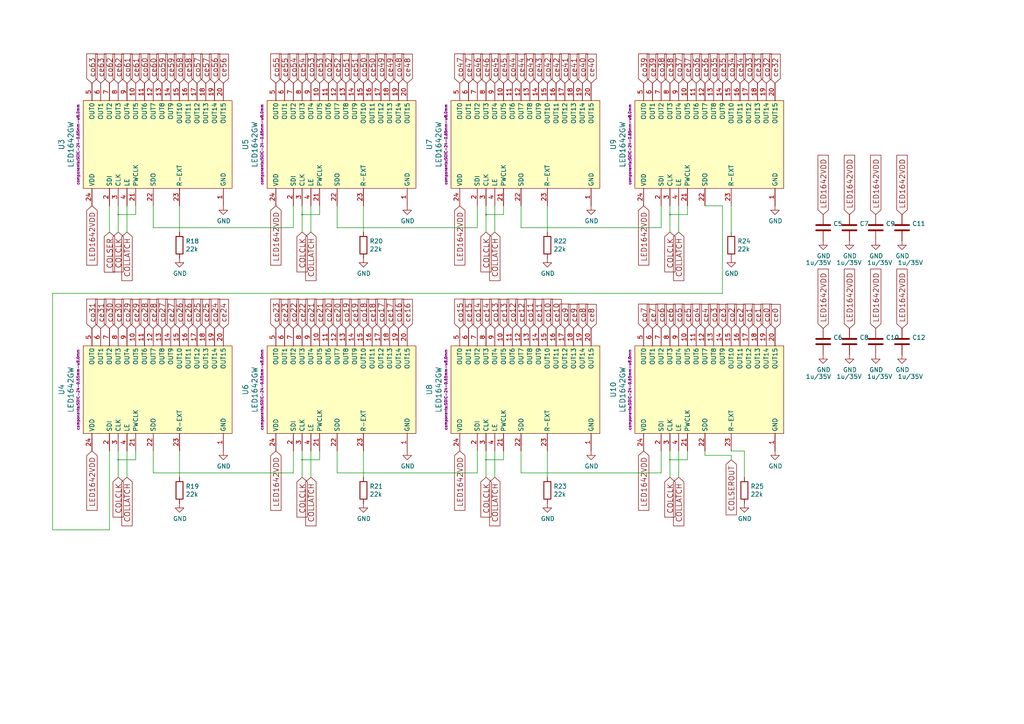
<source format=kicad_sch>
(kicad_sch (version 20200828) (generator eeschema)
  (page 8 10)
  (paper "A4")
  (lib_symbols
    (symbol "DeeComponents:LED1642GW"
      (property "Reference" "U" (at -11.43 22.86 0))
      (property "Value" "LED1642GW" (at 12.7 -22.86 0))
      (property "Footprint" "Housings_SSOP:TSSOP-24_4.4x7.8mm_Pitch0.65mm" (at 0 -25.4 0))
      (symbol "LED1642GW_0_1"
        (rectangle (start -12.7 21.59) (end 12.7 -21.59) (fill (type background)))
      )
      (symbol "LED1642GW_1_1"
        (pin power_in line (at -17.78 -19.05 0) (length 5.08) (name "GND") (number "1"))
        (pin output line (at 17.78 6.35 180) (length 5.08) (name "OUT5") (number "10"))
        (pin output line (at 17.78 3.81 180) (length 5.08) (name "OUT6") (number "11"))
        (pin output line (at 17.78 1.27 180) (length 5.08) (name "OUT7") (number "12"))
        (pin output line (at 17.78 -1.27 180) (length 5.08) (name "OUT8") (number "13"))
        (pin output line (at 17.78 -3.81 180) (length 5.08) (name "OUT9") (number "14"))
        (pin output line (at 17.78 -6.35 180) (length 5.08) (name "OUT10") (number "15"))
        (pin output line (at 17.78 -8.89 180) (length 5.08) (name "OUT11") (number "16"))
        (pin output line (at 17.78 -11.43 180) (length 5.08) (name "OUT12") (number "17"))
        (pin output line (at 17.78 -13.97 180) (length 5.08) (name "OUT13") (number "18"))
        (pin output line (at 17.78 -16.51 180) (length 5.08) (name "OUT14") (number "19"))
        (pin input line (at -17.78 13.97 0) (length 5.08) (name "SDI") (number "2"))
        (pin output line (at 17.78 -19.05 180) (length 5.08) (name "OUT15") (number "20"))
        (pin input line (at -17.78 6.35 0) (length 5.08) (name "PWCLK") (number "21"))
        (pin output line (at -17.78 1.27 0) (length 5.08) (name "SDO") (number "22"))
        (pin output line (at -17.78 -6.35 0) (length 5.08) (name "R-EXT") (number "23"))
        (pin power_in line (at -17.78 19.05 0) (length 5.08) (name "VDD") (number "24"))
        (pin input line (at -17.78 11.43 0) (length 5.08) (name "CLK") (number "3"))
        (pin input line (at -17.78 8.89 0) (length 5.08) (name "LE") (number "4"))
        (pin output line (at 17.78 19.05 180) (length 5.08) (name "OUT0") (number "5"))
        (pin output line (at 17.78 16.51 180) (length 5.08) (name "OUT1") (number "6"))
        (pin output line (at 17.78 13.97 180) (length 5.08) (name "OUT2") (number "7"))
        (pin output line (at 17.78 11.43 180) (length 5.08) (name "OUT3") (number "8"))
        (pin output line (at 17.78 8.89 180) (length 5.08) (name "OUT4") (number "9"))
      )
    )
    (symbol "dotmatrix_64x48-rescue:C-device" (pin_numbers hide) (pin_names (offset 0.254))
      (property "Reference" "C" (at 0.635 2.54 0))
      (property "Value" "C-device" (at 0.635 -2.54 0))
      (symbol "C-device_0_1"
        (polyline (pts (xy -2.032 -0.762) (xy 2.032 -0.762)) (stroke (width 0.508)))
        (polyline (pts (xy -2.032 0.762) (xy 2.032 0.762)) (stroke (width 0.508)))
      )
      (symbol "C-device_1_1"
        (pin passive line (at 0 3.81 270) (length 2.794) (name "~") (number "1"))
        (pin passive line (at 0 -3.81 90) (length 2.794) (name "~") (number "2"))
      )
    )
    (symbol "dotmatrix_64x48-rescue:GND-power" (power) (pin_names (offset 0))
      (property "Value" "GND-power" (at 0 -3.81 0))
      (symbol "GND-power_0_1"
        (polyline (pts (xy 0 0) (xy 0 -1.27) (xy 1.27 -1.27) (xy 0 -2.54) (xy -1.27 -1.27) (xy 0 -1.27)))
      )
      (symbol "GND-power_1_1"
        (pin power_in line (at 0 0 270) (length 0) hide (name "GND") (number "1"))
      )
    )
    (symbol "dotmatrix_64x48-rescue:R-device" (pin_numbers hide) (pin_names (offset 0))
      (property "Reference" "R" (at 2.032 0 90))
      (property "Value" "R-device" (at 0 0 90))
      (symbol "R-device_0_1"
        (rectangle (start -1.016 -2.54) (end 1.016 2.54) (stroke (width 0.254)))
      )
      (symbol "R-device_1_1"
        (pin passive line (at 0 3.81 270) (length 1.27) (name "~") (number "1"))
        (pin passive line (at 0 -3.81 90) (length 1.27) (name "~") (number "2"))
      )
    )
  )
  (junction (at 34.29 62.23) (diameter 0.3048))
  (junction (at 34.29 133.35) (diameter 0.3048))
  (junction (at 87.63 62.23) (diameter 0.3048))
  (junction (at 87.63 133.35) (diameter 0.3048))
  (junction (at 140.97 62.23) (diameter 0.3048))
  (junction (at 140.97 133.35) (diameter 0.3048))
  (junction (at 194.31 62.23) (diameter 0.3048))
  (junction (at 194.31 133.35) (diameter 0.3048))
  (wire (pts (xy 15.24 85.09) (xy 15.24 153.67)))
  (wire (pts (xy 31.75 59.69) (xy 31.75 67.31)))
  (wire (pts (xy 31.75 130.81) (xy 31.75 153.67)))
  (wire (pts (xy 31.75 153.67) (xy 15.24 153.67)))
  (wire (pts (xy 34.29 59.69) (xy 34.29 62.23)))
  (wire (pts (xy 34.29 62.23) (xy 34.29 67.31)))
  (wire (pts (xy 34.29 130.81) (xy 34.29 133.35)))
  (wire (pts (xy 34.29 133.35) (xy 34.29 138.43)))
  (wire (pts (xy 36.83 59.69) (xy 36.83 67.31)))
  (wire (pts (xy 36.83 130.81) (xy 36.83 138.43)))
  (wire (pts (xy 39.37 59.69) (xy 39.37 62.23)))
  (wire (pts (xy 39.37 62.23) (xy 34.29 62.23)))
  (wire (pts (xy 39.37 130.81) (xy 39.37 133.35)))
  (wire (pts (xy 39.37 133.35) (xy 34.29 133.35)))
  (wire (pts (xy 44.45 66.04) (xy 44.45 59.69)))
  (wire (pts (xy 44.45 137.16) (xy 44.45 130.81)))
  (wire (pts (xy 52.07 59.69) (xy 52.07 67.31)))
  (wire (pts (xy 52.07 130.81) (xy 52.07 138.43)))
  (wire (pts (xy 85.09 59.69) (xy 85.09 66.04)))
  (wire (pts (xy 85.09 66.04) (xy 44.45 66.04)))
  (wire (pts (xy 85.09 130.81) (xy 85.09 137.16)))
  (wire (pts (xy 85.09 137.16) (xy 44.45 137.16)))
  (wire (pts (xy 87.63 59.69) (xy 87.63 62.23)))
  (wire (pts (xy 87.63 62.23) (xy 87.63 67.31)))
  (wire (pts (xy 87.63 130.81) (xy 87.63 133.35)))
  (wire (pts (xy 87.63 133.35) (xy 87.63 138.43)))
  (wire (pts (xy 90.17 59.69) (xy 90.17 67.31)))
  (wire (pts (xy 90.17 130.81) (xy 90.17 138.43)))
  (wire (pts (xy 92.71 59.69) (xy 92.71 62.23)))
  (wire (pts (xy 92.71 62.23) (xy 87.63 62.23)))
  (wire (pts (xy 92.71 130.81) (xy 92.71 133.35)))
  (wire (pts (xy 92.71 133.35) (xy 87.63 133.35)))
  (wire (pts (xy 97.79 66.04) (xy 97.79 59.69)))
  (wire (pts (xy 97.79 137.16) (xy 97.79 130.81)))
  (wire (pts (xy 105.41 59.69) (xy 105.41 67.31)))
  (wire (pts (xy 105.41 130.81) (xy 105.41 138.43)))
  (wire (pts (xy 138.43 59.69) (xy 138.43 66.04)))
  (wire (pts (xy 138.43 66.04) (xy 97.79 66.04)))
  (wire (pts (xy 138.43 130.81) (xy 138.43 137.16)))
  (wire (pts (xy 138.43 137.16) (xy 97.79 137.16)))
  (wire (pts (xy 140.97 59.69) (xy 140.97 62.23)))
  (wire (pts (xy 140.97 62.23) (xy 140.97 67.31)))
  (wire (pts (xy 140.97 130.81) (xy 140.97 133.35)))
  (wire (pts (xy 140.97 133.35) (xy 140.97 138.43)))
  (wire (pts (xy 143.51 59.69) (xy 143.51 67.31)))
  (wire (pts (xy 143.51 130.81) (xy 143.51 138.43)))
  (wire (pts (xy 146.05 59.69) (xy 146.05 62.23)))
  (wire (pts (xy 146.05 62.23) (xy 140.97 62.23)))
  (wire (pts (xy 146.05 130.81) (xy 146.05 133.35)))
  (wire (pts (xy 146.05 133.35) (xy 140.97 133.35)))
  (wire (pts (xy 151.13 66.04) (xy 151.13 59.69)))
  (wire (pts (xy 151.13 137.16) (xy 151.13 130.81)))
  (wire (pts (xy 158.75 59.69) (xy 158.75 67.31)))
  (wire (pts (xy 158.75 130.81) (xy 158.75 138.43)))
  (wire (pts (xy 191.77 59.69) (xy 191.77 66.04)))
  (wire (pts (xy 191.77 66.04) (xy 151.13 66.04)))
  (wire (pts (xy 191.77 130.81) (xy 191.77 137.16)))
  (wire (pts (xy 191.77 137.16) (xy 151.13 137.16)))
  (wire (pts (xy 194.31 59.69) (xy 194.31 62.23)))
  (wire (pts (xy 194.31 62.23) (xy 194.31 67.31)))
  (wire (pts (xy 194.31 130.81) (xy 194.31 133.35)))
  (wire (pts (xy 194.31 133.35) (xy 194.31 138.43)))
  (wire (pts (xy 196.85 59.69) (xy 196.85 67.31)))
  (wire (pts (xy 196.85 130.81) (xy 196.85 138.43)))
  (wire (pts (xy 199.39 59.69) (xy 199.39 62.23)))
  (wire (pts (xy 199.39 62.23) (xy 194.31 62.23)))
  (wire (pts (xy 199.39 130.81) (xy 199.39 133.35)))
  (wire (pts (xy 199.39 133.35) (xy 194.31 133.35)))
  (wire (pts (xy 204.47 59.69) (xy 209.55 59.69)))
  (wire (pts (xy 204.47 130.81) (xy 204.47 132.08)))
  (wire (pts (xy 204.47 132.08) (xy 212.09 132.08)))
  (wire (pts (xy 209.55 59.69) (xy 209.55 85.09)))
  (wire (pts (xy 209.55 85.09) (xy 15.24 85.09)))
  (wire (pts (xy 212.09 59.69) (xy 212.09 67.31)))
  (wire (pts (xy 212.09 130.81) (xy 215.9 130.81)))
  (wire (pts (xy 212.09 132.08) (xy 212.09 133.35)))
  (wire (pts (xy 215.9 130.81) (xy 215.9 138.43)))
  (global_label "co63" (shape input) (at 26.67 24.13 90) (effects (font (size 1.524 1.524))))
  (global_label "LED1642VDD" (shape input) (at 26.67 59.69 270) (effects (font (size 1.524 1.524))))
  (global_label "co31" (shape input) (at 26.67 95.25 90) (effects (font (size 1.524 1.524))))
  (global_label "LED1642VDD" (shape input) (at 26.67 130.81 270) (effects (font (size 1.524 1.524))))
  (global_label "ce63" (shape input) (at 29.21 24.13 90) (effects (font (size 1.524 1.524))))
  (global_label "ce31" (shape input) (at 29.21 95.25 90) (effects (font (size 1.524 1.524))))
  (global_label "co62" (shape input) (at 31.75 24.13 90) (effects (font (size 1.524 1.524))))
  (global_label "COLSER" (shape input) (at 31.75 67.31 270) (effects (font (size 1.524 1.524))))
  (global_label "co30" (shape input) (at 31.75 95.25 90) (effects (font (size 1.524 1.524))))
  (global_label "ce62" (shape input) (at 34.29 24.13 90) (effects (font (size 1.524 1.524))))
  (global_label "COLCLK" (shape input) (at 34.29 67.31 270) (effects (font (size 1.524 1.524))))
  (global_label "ce30" (shape input) (at 34.29 95.25 90) (effects (font (size 1.524 1.524))))
  (global_label "COLCLK" (shape input) (at 34.29 138.43 270) (effects (font (size 1.524 1.524))))
  (global_label "co61" (shape input) (at 36.83 24.13 90) (effects (font (size 1.524 1.524))))
  (global_label "COLLATCH" (shape input) (at 36.83 67.31 270) (effects (font (size 1.524 1.524))))
  (global_label "co29" (shape input) (at 36.83 95.25 90) (effects (font (size 1.524 1.524))))
  (global_label "COLLATCH" (shape input) (at 36.83 138.43 270) (effects (font (size 1.524 1.524))))
  (global_label "ce61" (shape input) (at 39.37 24.13 90) (effects (font (size 1.524 1.524))))
  (global_label "ce29" (shape input) (at 39.37 95.25 90) (effects (font (size 1.524 1.524))))
  (global_label "co60" (shape input) (at 41.91 24.13 90) (effects (font (size 1.524 1.524))))
  (global_label "co28" (shape input) (at 41.91 95.25 90) (effects (font (size 1.524 1.524))))
  (global_label "ce60" (shape input) (at 44.45 24.13 90) (effects (font (size 1.524 1.524))))
  (global_label "ce28" (shape input) (at 44.45 95.25 90) (effects (font (size 1.524 1.524))))
  (global_label "co59" (shape input) (at 46.99 24.13 90) (effects (font (size 1.524 1.524))))
  (global_label "co27" (shape input) (at 46.99 95.25 90) (effects (font (size 1.524 1.524))))
  (global_label "ce59" (shape input) (at 49.53 24.13 90) (effects (font (size 1.524 1.524))))
  (global_label "ce27" (shape input) (at 49.53 95.25 90) (effects (font (size 1.524 1.524))))
  (global_label "co58" (shape input) (at 52.07 24.13 90) (effects (font (size 1.524 1.524))))
  (global_label "co26" (shape input) (at 52.07 95.25 90) (effects (font (size 1.524 1.524))))
  (global_label "ce58" (shape input) (at 54.61 24.13 90) (effects (font (size 1.524 1.524))))
  (global_label "ce26" (shape input) (at 54.61 95.25 90) (effects (font (size 1.524 1.524))))
  (global_label "co57" (shape input) (at 57.15 24.13 90) (effects (font (size 1.524 1.524))))
  (global_label "co25" (shape input) (at 57.15 95.25 90) (effects (font (size 1.524 1.524))))
  (global_label "ce57" (shape input) (at 59.69 24.13 90) (effects (font (size 1.524 1.524))))
  (global_label "ce25" (shape input) (at 59.69 95.25 90) (effects (font (size 1.524 1.524))))
  (global_label "co56" (shape input) (at 62.23 24.13 90) (effects (font (size 1.524 1.524))))
  (global_label "co24" (shape input) (at 62.23 95.25 90) (effects (font (size 1.524 1.524))))
  (global_label "ce56" (shape input) (at 64.77 24.13 90) (effects (font (size 1.524 1.524))))
  (global_label "ce24" (shape input) (at 64.77 95.25 90) (effects (font (size 1.524 1.524))))
  (global_label "co55" (shape input) (at 80.01 24.13 90) (effects (font (size 1.524 1.524))))
  (global_label "LED1642VDD" (shape input) (at 80.01 59.69 270) (effects (font (size 1.524 1.524))))
  (global_label "co23" (shape input) (at 80.01 95.25 90) (effects (font (size 1.524 1.524))))
  (global_label "LED1642VDD" (shape input) (at 80.01 130.81 270) (effects (font (size 1.524 1.524))))
  (global_label "ce55" (shape input) (at 82.55 24.13 90) (effects (font (size 1.524 1.524))))
  (global_label "ce23" (shape input) (at 82.55 95.25 90) (effects (font (size 1.524 1.524))))
  (global_label "co54" (shape input) (at 85.09 24.13 90) (effects (font (size 1.524 1.524))))
  (global_label "co22" (shape input) (at 85.09 95.25 90) (effects (font (size 1.524 1.524))))
  (global_label "ce54" (shape input) (at 87.63 24.13 90) (effects (font (size 1.524 1.524))))
  (global_label "COLCLK" (shape input) (at 87.63 67.31 270) (effects (font (size 1.524 1.524))))
  (global_label "ce22" (shape input) (at 87.63 95.25 90) (effects (font (size 1.524 1.524))))
  (global_label "COLCLK" (shape input) (at 87.63 138.43 270) (effects (font (size 1.524 1.524))))
  (global_label "co53" (shape input) (at 90.17 24.13 90) (effects (font (size 1.524 1.524))))
  (global_label "COLLATCH" (shape input) (at 90.17 67.31 270) (effects (font (size 1.524 1.524))))
  (global_label "co21" (shape input) (at 90.17 95.25 90) (effects (font (size 1.524 1.524))))
  (global_label "COLLATCH" (shape input) (at 90.17 138.43 270) (effects (font (size 1.524 1.524))))
  (global_label "ce53" (shape input) (at 92.71 24.13 90) (effects (font (size 1.524 1.524))))
  (global_label "ce21" (shape input) (at 92.71 95.25 90) (effects (font (size 1.524 1.524))))
  (global_label "co52" (shape input) (at 95.25 24.13 90) (effects (font (size 1.524 1.524))))
  (global_label "co20" (shape input) (at 95.25 95.25 90) (effects (font (size 1.524 1.524))))
  (global_label "ce52" (shape input) (at 97.79 24.13 90) (effects (font (size 1.524 1.524))))
  (global_label "ce20" (shape input) (at 97.79 95.25 90) (effects (font (size 1.524 1.524))))
  (global_label "co51" (shape input) (at 100.33 24.13 90) (effects (font (size 1.524 1.524))))
  (global_label "co19" (shape input) (at 100.33 95.25 90) (effects (font (size 1.524 1.524))))
  (global_label "ce51" (shape input) (at 102.87 24.13 90) (effects (font (size 1.524 1.524))))
  (global_label "ce19" (shape input) (at 102.87 95.25 90) (effects (font (size 1.524 1.524))))
  (global_label "co50" (shape input) (at 105.41 24.13 90) (effects (font (size 1.524 1.524))))
  (global_label "co18" (shape input) (at 105.41 95.25 90) (effects (font (size 1.524 1.524))))
  (global_label "ce50" (shape input) (at 107.95 24.13 90) (effects (font (size 1.524 1.524))))
  (global_label "ce18" (shape input) (at 107.95 95.25 90) (effects (font (size 1.524 1.524))))
  (global_label "co49" (shape input) (at 110.49 24.13 90) (effects (font (size 1.524 1.524))))
  (global_label "co17" (shape input) (at 110.49 95.25 90) (effects (font (size 1.524 1.524))))
  (global_label "ce49" (shape input) (at 113.03 24.13 90) (effects (font (size 1.524 1.524))))
  (global_label "ce17" (shape input) (at 113.03 95.25 90) (effects (font (size 1.524 1.524))))
  (global_label "co48" (shape input) (at 115.57 24.13 90) (effects (font (size 1.524 1.524))))
  (global_label "co16" (shape input) (at 115.57 95.25 90) (effects (font (size 1.524 1.524))))
  (global_label "ce48" (shape input) (at 118.11 24.13 90) (effects (font (size 1.524 1.524))))
  (global_label "ce16" (shape input) (at 118.11 95.25 90) (effects (font (size 1.524 1.524))))
  (global_label "co47" (shape input) (at 133.35 24.13 90) (effects (font (size 1.524 1.524))))
  (global_label "LED1642VDD" (shape input) (at 133.35 59.69 270) (effects (font (size 1.524 1.524))))
  (global_label "co15" (shape input) (at 133.35 95.25 90) (effects (font (size 1.524 1.524))))
  (global_label "LED1642VDD" (shape input) (at 133.35 130.81 270) (effects (font (size 1.524 1.524))))
  (global_label "ce47" (shape input) (at 135.89 24.13 90) (effects (font (size 1.524 1.524))))
  (global_label "ce15" (shape input) (at 135.89 95.25 90) (effects (font (size 1.524 1.524))))
  (global_label "co46" (shape input) (at 138.43 24.13 90) (effects (font (size 1.524 1.524))))
  (global_label "co14" (shape input) (at 138.43 95.25 90) (effects (font (size 1.524 1.524))))
  (global_label "ce46" (shape input) (at 140.97 24.13 90) (effects (font (size 1.524 1.524))))
  (global_label "COLCLK" (shape input) (at 140.97 67.31 270) (effects (font (size 1.524 1.524))))
  (global_label "ce14" (shape input) (at 140.97 95.25 90) (effects (font (size 1.524 1.524))))
  (global_label "COLCLK" (shape input) (at 140.97 138.43 270) (effects (font (size 1.524 1.524))))
  (global_label "co45" (shape input) (at 143.51 24.13 90) (effects (font (size 1.524 1.524))))
  (global_label "COLLATCH" (shape input) (at 143.51 67.31 270) (effects (font (size 1.524 1.524))))
  (global_label "co13" (shape input) (at 143.51 95.25 90) (effects (font (size 1.524 1.524))))
  (global_label "COLLATCH" (shape input) (at 143.51 138.43 270) (effects (font (size 1.524 1.524))))
  (global_label "ce45" (shape input) (at 146.05 24.13 90) (effects (font (size 1.524 1.524))))
  (global_label "ce13" (shape input) (at 146.05 95.25 90) (effects (font (size 1.524 1.524))))
  (global_label "co44" (shape input) (at 148.59 24.13 90) (effects (font (size 1.524 1.524))))
  (global_label "co12" (shape input) (at 148.59 95.25 90) (effects (font (size 1.524 1.524))))
  (global_label "ce44" (shape input) (at 151.13 24.13 90) (effects (font (size 1.524 1.524))))
  (global_label "ce12" (shape input) (at 151.13 95.25 90) (effects (font (size 1.524 1.524))))
  (global_label "co43" (shape input) (at 153.67 24.13 90) (effects (font (size 1.524 1.524))))
  (global_label "co11" (shape input) (at 153.67 95.25 90) (effects (font (size 1.524 1.524))))
  (global_label "ce43" (shape input) (at 156.21 24.13 90) (effects (font (size 1.524 1.524))))
  (global_label "ce11" (shape input) (at 156.21 95.25 90) (effects (font (size 1.524 1.524))))
  (global_label "co42" (shape input) (at 158.75 24.13 90) (effects (font (size 1.524 1.524))))
  (global_label "co10" (shape input) (at 158.75 95.25 90) (effects (font (size 1.524 1.524))))
  (global_label "ce42" (shape input) (at 161.29 24.13 90) (effects (font (size 1.524 1.524))))
  (global_label "ce10" (shape input) (at 161.29 95.25 90) (effects (font (size 1.524 1.524))))
  (global_label "co41" (shape input) (at 163.83 24.13 90) (effects (font (size 1.524 1.524))))
  (global_label "co9" (shape input) (at 163.83 95.25 90) (effects (font (size 1.524 1.524))))
  (global_label "ce41" (shape input) (at 166.37 24.13 90) (effects (font (size 1.524 1.524))))
  (global_label "ce9" (shape input) (at 166.37 95.25 90) (effects (font (size 1.524 1.524))))
  (global_label "co40" (shape input) (at 168.91 24.13 90) (effects (font (size 1.524 1.524))))
  (global_label "co8" (shape input) (at 168.91 95.25 90) (effects (font (size 1.524 1.524))))
  (global_label "ce40" (shape input) (at 171.45 24.13 90) (effects (font (size 1.524 1.524))))
  (global_label "ce8" (shape input) (at 171.45 95.25 90) (effects (font (size 1.524 1.524))))
  (global_label "co39" (shape input) (at 186.69 24.13 90) (effects (font (size 1.524 1.524))))
  (global_label "LED1642VDD" (shape input) (at 186.69 59.69 270) (effects (font (size 1.524 1.524))))
  (global_label "co7" (shape input) (at 186.69 95.25 90) (effects (font (size 1.524 1.524))))
  (global_label "LED1642VDD" (shape input) (at 186.69 130.81 270) (effects (font (size 1.524 1.524))))
  (global_label "ce39" (shape input) (at 189.23 24.13 90) (effects (font (size 1.524 1.524))))
  (global_label "ce7" (shape input) (at 189.23 95.25 90) (effects (font (size 1.524 1.524))))
  (global_label "co38" (shape input) (at 191.77 24.13 90) (effects (font (size 1.524 1.524))))
  (global_label "co6" (shape input) (at 191.77 95.25 90) (effects (font (size 1.524 1.524))))
  (global_label "ce38" (shape input) (at 194.31 24.13 90) (effects (font (size 1.524 1.524))))
  (global_label "COLCLK" (shape input) (at 194.31 67.31 270) (effects (font (size 1.524 1.524))))
  (global_label "ce6" (shape input) (at 194.31 95.25 90) (effects (font (size 1.524 1.524))))
  (global_label "COLCLK" (shape input) (at 194.31 138.43 270) (effects (font (size 1.524 1.524))))
  (global_label "co37" (shape input) (at 196.85 24.13 90) (effects (font (size 1.524 1.524))))
  (global_label "COLLATCH" (shape input) (at 196.85 67.31 270) (effects (font (size 1.524 1.524))))
  (global_label "co5" (shape input) (at 196.85 95.25 90) (effects (font (size 1.524 1.524))))
  (global_label "COLLATCH" (shape input) (at 196.85 138.43 270) (effects (font (size 1.524 1.524))))
  (global_label "ce37" (shape input) (at 199.39 24.13 90) (effects (font (size 1.524 1.524))))
  (global_label "ce5" (shape input) (at 199.39 95.25 90) (effects (font (size 1.524 1.524))))
  (global_label "co36" (shape input) (at 201.93 24.13 90) (effects (font (size 1.524 1.524))))
  (global_label "co4" (shape input) (at 201.93 95.25 90) (effects (font (size 1.524 1.524))))
  (global_label "ce36" (shape input) (at 204.47 24.13 90) (effects (font (size 1.524 1.524))))
  (global_label "ce4" (shape input) (at 204.47 95.25 90) (effects (font (size 1.524 1.524))))
  (global_label "co35" (shape input) (at 207.01 24.13 90) (effects (font (size 1.524 1.524))))
  (global_label "co3" (shape input) (at 207.01 95.25 90) (effects (font (size 1.524 1.524))))
  (global_label "ce35" (shape input) (at 209.55 24.13 90) (effects (font (size 1.524 1.524))))
  (global_label "ce3" (shape input) (at 209.55 95.25 90) (effects (font (size 1.524 1.524))))
  (global_label "co34" (shape input) (at 212.09 24.13 90) (effects (font (size 1.524 1.524))))
  (global_label "co2" (shape input) (at 212.09 95.25 90) (effects (font (size 1.524 1.524))))
  (global_label "COLSEROUT" (shape input) (at 212.09 133.35 270) (effects (font (size 1.524 1.524))))
  (global_label "ce34" (shape input) (at 214.63 24.13 90) (effects (font (size 1.524 1.524))))
  (global_label "ce2" (shape input) (at 214.63 95.25 90) (effects (font (size 1.524 1.524))))
  (global_label "co33" (shape input) (at 217.17 24.13 90) (effects (font (size 1.524 1.524))))
  (global_label "co1" (shape input) (at 217.17 95.25 90) (effects (font (size 1.524 1.524))))
  (global_label "ce33" (shape input) (at 219.71 24.13 90) (effects (font (size 1.524 1.524))))
  (global_label "ce1" (shape input) (at 219.71 95.25 90) (effects (font (size 1.524 1.524))))
  (global_label "co32" (shape input) (at 222.25 24.13 90) (effects (font (size 1.524 1.524))))
  (global_label "co0" (shape input) (at 222.25 95.25 90) (effects (font (size 1.524 1.524))))
  (global_label "ce32" (shape input) (at 224.79 24.13 90) (effects (font (size 1.524 1.524))))
  (global_label "ce0" (shape input) (at 224.79 95.25 90) (effects (font (size 1.524 1.524))))
  (global_label "LED1642VDD" (shape input) (at 238.76 62.23 90) (effects (font (size 1.524 1.524))))
  (global_label "LED1642VDD" (shape input) (at 238.76 95.25 90) (effects (font (size 1.524 1.524))))
  (global_label "LED1642VDD" (shape input) (at 246.38 62.23 90) (effects (font (size 1.524 1.524))))
  (global_label "LED1642VDD" (shape input) (at 246.38 95.25 90) (effects (font (size 1.524 1.524))))
  (global_label "LED1642VDD" (shape input) (at 254 62.23 90) (effects (font (size 1.524 1.524))))
  (global_label "LED1642VDD" (shape input) (at 254 95.25 90) (effects (font (size 1.524 1.524))))
  (global_label "LED1642VDD" (shape input) (at 261.62 62.23 90) (effects (font (size 1.524 1.524))))
  (global_label "LED1642VDD" (shape input) (at 261.62 95.25 90) (effects (font (size 1.524 1.524))))
  (symbol (lib_id "dotmatrix_64x48-rescue:GND-power") (at 52.07 74.93 0) (unit 1)
    (property "Reference" "#PWR047" (effects hide))
    (property "Value" "GND" (at 52.197 79.3242 0))
  )
  (symbol (lib_id "dotmatrix_64x48-rescue:GND-power") (at 52.07 146.05 0) (unit 1)
    (property "Reference" "#PWR063" (effects hide))
    (property "Value" "GND" (at 52.197 150.4442 0))
  )
  (symbol (lib_id "dotmatrix_64x48-rescue:GND-power") (at 64.77 59.69 0) (unit 1)
    (property "Reference" "#PWR039" (effects hide))
    (property "Value" "GND" (at 64.897 64.0842 0))
  )
  (symbol (lib_id "dotmatrix_64x48-rescue:GND-power") (at 64.77 130.81 0) (unit 1)
    (property "Reference" "#PWR059" (effects hide))
    (property "Value" "GND" (at 64.897 135.2042 0))
  )
  (symbol (lib_id "dotmatrix_64x48-rescue:GND-power") (at 105.41 74.93 0) (unit 1)
    (property "Reference" "#PWR048" (effects hide))
    (property "Value" "GND" (at 105.537 79.3242 0))
  )
  (symbol (lib_id "dotmatrix_64x48-rescue:GND-power") (at 105.41 146.05 0) (unit 1)
    (property "Reference" "#PWR064" (effects hide))
    (property "Value" "GND" (at 105.537 150.4442 0))
  )
  (symbol (lib_id "dotmatrix_64x48-rescue:GND-power") (at 118.11 59.69 0) (unit 1)
    (property "Reference" "#PWR040" (effects hide))
    (property "Value" "GND" (at 118.237 64.0842 0))
  )
  (symbol (lib_id "dotmatrix_64x48-rescue:GND-power") (at 118.11 130.81 0) (unit 1)
    (property "Reference" "#PWR060" (effects hide))
    (property "Value" "GND" (at 118.237 135.2042 0))
  )
  (symbol (lib_id "dotmatrix_64x48-rescue:GND-power") (at 158.75 74.93 0) (unit 1)
    (property "Reference" "#PWR049" (effects hide))
    (property "Value" "GND" (at 158.877 79.3242 0))
  )
  (symbol (lib_id "dotmatrix_64x48-rescue:GND-power") (at 158.75 146.05 0) (unit 1)
    (property "Reference" "#PWR065" (effects hide))
    (property "Value" "GND" (at 158.877 150.4442 0))
  )
  (symbol (lib_id "dotmatrix_64x48-rescue:GND-power") (at 171.45 59.69 0) (unit 1)
    (property "Reference" "#PWR041" (effects hide))
    (property "Value" "GND" (at 171.577 64.0842 0))
  )
  (symbol (lib_id "dotmatrix_64x48-rescue:GND-power") (at 171.45 130.81 0) (unit 1)
    (property "Reference" "#PWR061" (effects hide))
    (property "Value" "GND" (at 171.577 135.2042 0))
  )
  (symbol (lib_id "dotmatrix_64x48-rescue:GND-power") (at 212.09 74.93 0) (unit 1)
    (property "Reference" "#PWR050" (effects hide))
    (property "Value" "GND" (at 212.217 79.3242 0))
  )
  (symbol (lib_id "dotmatrix_64x48-rescue:GND-power") (at 215.9 146.05 0) (unit 1)
    (property "Reference" "#PWR066" (effects hide))
    (property "Value" "GND" (at 216.027 150.4442 0))
  )
  (symbol (lib_id "dotmatrix_64x48-rescue:GND-power") (at 224.79 59.69 0) (unit 1)
    (property "Reference" "#PWR042" (effects hide))
    (property "Value" "GND" (at 224.917 64.0842 0))
  )
  (symbol (lib_id "dotmatrix_64x48-rescue:GND-power") (at 224.79 130.81 0) (unit 1)
    (property "Reference" "#PWR062" (effects hide))
    (property "Value" "GND" (at 224.917 135.2042 0))
  )
  (symbol (lib_id "dotmatrix_64x48-rescue:GND-power") (at 238.76 69.85 0) (unit 1)
    (property "Reference" "#PWR043" (effects hide))
    (property "Value" "GND" (at 238.887 74.2442 0))
  )
  (symbol (lib_id "dotmatrix_64x48-rescue:GND-power") (at 238.76 102.87 0) (unit 1)
    (property "Reference" "#PWR055" (effects hide))
    (property "Value" "GND" (at 238.887 107.2642 0))
  )
  (symbol (lib_id "dotmatrix_64x48-rescue:GND-power") (at 246.38 69.85 0) (unit 1)
    (property "Reference" "#PWR044" (effects hide))
    (property "Value" "GND" (at 246.507 74.2442 0))
  )
  (symbol (lib_id "dotmatrix_64x48-rescue:GND-power") (at 246.38 102.87 0) (unit 1)
    (property "Reference" "#PWR056" (effects hide))
    (property "Value" "GND" (at 246.507 107.2642 0))
  )
  (symbol (lib_id "dotmatrix_64x48-rescue:GND-power") (at 254 69.85 0) (unit 1)
    (property "Reference" "#PWR045" (effects hide))
    (property "Value" "GND" (at 254.127 74.2442 0))
  )
  (symbol (lib_id "dotmatrix_64x48-rescue:GND-power") (at 254 102.87 0) (unit 1)
    (property "Reference" "#PWR057" (effects hide))
    (property "Value" "GND" (at 254.127 107.2642 0))
  )
  (symbol (lib_id "dotmatrix_64x48-rescue:GND-power") (at 261.62 69.85 0) (unit 1)
    (property "Reference" "#PWR046" (effects hide))
    (property "Value" "GND" (at 261.747 74.2442 0))
  )
  (symbol (lib_id "dotmatrix_64x48-rescue:GND-power") (at 261.62 102.87 0) (unit 1)
    (property "Reference" "#PWR058" (effects hide))
    (property "Value" "GND" (at 261.747 107.2642 0))
  )
  (symbol (lib_id "dotmatrix_64x48-rescue:R-device") (at 52.07 71.12 0) (unit 1)
    (property "Reference" "R18" (at 53.848 69.9516 0) (effects (justify left)))
    (property "Value" "22k" (at 53.848 72.263 0) (effects (justify left)))
    (property "Footprint" "Resistor_SMD:R_0603_1608Metric_Pad1.05x0.95mm_HandSolder" (effects hide))
  )
  (symbol (lib_id "dotmatrix_64x48-rescue:R-device") (at 52.07 142.24 0) (unit 1)
    (property "Reference" "R19" (at 53.848 141.0716 0) (effects (justify left)))
    (property "Value" "22k" (at 53.848 143.383 0) (effects (justify left)))
    (property "Footprint" "Resistor_SMD:R_0603_1608Metric_Pad1.05x0.95mm_HandSolder" (effects hide))
  )
  (symbol (lib_id "dotmatrix_64x48-rescue:R-device") (at 105.41 71.12 0) (unit 1)
    (property "Reference" "R20" (at 107.188 69.9516 0) (effects (justify left)))
    (property "Value" "22k" (at 107.188 72.263 0) (effects (justify left)))
    (property "Footprint" "Resistor_SMD:R_0603_1608Metric_Pad1.05x0.95mm_HandSolder" (effects hide))
  )
  (symbol (lib_id "dotmatrix_64x48-rescue:R-device") (at 105.41 142.24 0) (unit 1)
    (property "Reference" "R21" (at 107.188 141.0716 0) (effects (justify left)))
    (property "Value" "22k" (at 107.188 143.383 0) (effects (justify left)))
    (property "Footprint" "Resistor_SMD:R_0603_1608Metric_Pad1.05x0.95mm_HandSolder" (effects hide))
  )
  (symbol (lib_id "dotmatrix_64x48-rescue:R-device") (at 158.75 71.12 0) (unit 1)
    (property "Reference" "R22" (at 160.528 69.9516 0) (effects (justify left)))
    (property "Value" "22k" (at 160.528 72.263 0) (effects (justify left)))
    (property "Footprint" "Resistor_SMD:R_0603_1608Metric_Pad1.05x0.95mm_HandSolder" (effects hide))
  )
  (symbol (lib_id "dotmatrix_64x48-rescue:R-device") (at 158.75 142.24 0) (unit 1)
    (property "Reference" "R23" (at 160.528 141.0716 0) (effects (justify left)))
    (property "Value" "22k" (at 160.528 143.383 0) (effects (justify left)))
    (property "Footprint" "Resistor_SMD:R_0603_1608Metric_Pad1.05x0.95mm_HandSolder" (effects hide))
  )
  (symbol (lib_id "dotmatrix_64x48-rescue:R-device") (at 212.09 71.12 0) (unit 1)
    (property "Reference" "R24" (at 213.868 69.9516 0) (effects (justify left)))
    (property "Value" "22k" (at 213.868 72.263 0) (effects (justify left)))
    (property "Footprint" "Resistor_SMD:R_0603_1608Metric_Pad1.05x0.95mm_HandSolder" (effects hide))
  )
  (symbol (lib_id "dotmatrix_64x48-rescue:R-device") (at 215.9 142.24 0) (unit 1)
    (property "Reference" "R25" (at 217.678 141.0716 0) (effects (justify left)))
    (property "Value" "22k" (at 217.678 143.383 0) (effects (justify left)))
    (property "Footprint" "Resistor_SMD:R_0603_1608Metric_Pad1.05x0.95mm_HandSolder" (effects hide))
  )
  (symbol (lib_id "dotmatrix_64x48-rescue:C-device") (at 238.76 66.04 0) (unit 1)
    (property "Reference" "C5" (at 241.681 64.8716 0) (effects (justify left)))
    (property "Value" "1u/35V" (at 233.68 76.2 0) (effects (justify left)))
    (property "Footprint" "Capacitor_SMD:C_0603_1608Metric_Pad1.05x0.95mm_HandSolder" (effects hide))
  )
  (symbol (lib_id "dotmatrix_64x48-rescue:C-device") (at 238.76 99.06 0) (unit 1)
    (property "Reference" "C6" (at 241.681 97.8916 0) (effects (justify left)))
    (property "Value" "1u/35V" (at 233.68 109.22 0) (effects (justify left)))
    (property "Footprint" "Capacitor_SMD:C_0603_1608Metric_Pad1.05x0.95mm_HandSolder" (effects hide))
  )
  (symbol (lib_id "dotmatrix_64x48-rescue:C-device") (at 246.38 66.04 0) (unit 1)
    (property "Reference" "C7" (at 249.301 64.8716 0) (effects (justify left)))
    (property "Value" "1u/35V" (at 242.57 76.2 0) (effects (justify left)))
    (property "Footprint" "Capacitor_SMD:C_0603_1608Metric_Pad1.05x0.95mm_HandSolder" (effects hide))
  )
  (symbol (lib_id "dotmatrix_64x48-rescue:C-device") (at 246.38 99.06 0) (unit 1)
    (property "Reference" "C8" (at 249.301 97.8916 0) (effects (justify left)))
    (property "Value" "1u/35V" (at 242.57 109.22 0) (effects (justify left)))
    (property "Footprint" "Capacitor_SMD:C_0603_1608Metric_Pad1.05x0.95mm_HandSolder" (effects hide))
  )
  (symbol (lib_id "dotmatrix_64x48-rescue:C-device") (at 254 66.04 0) (unit 1)
    (property "Reference" "C9" (at 256.921 64.8716 0) (effects (justify left)))
    (property "Value" "1u/35V" (at 251.46 76.2 0) (effects (justify left)))
    (property "Footprint" "Capacitor_SMD:C_0603_1608Metric_Pad1.05x0.95mm_HandSolder" (effects hide))
  )
  (symbol (lib_id "dotmatrix_64x48-rescue:C-device") (at 254 99.06 0) (unit 1)
    (property "Reference" "C10" (at 256.921 97.8916 0) (effects (justify left)))
    (property "Value" "1u/35V" (at 251.46 109.22 0) (effects (justify left)))
    (property "Footprint" "Capacitor_SMD:C_0603_1608Metric_Pad1.05x0.95mm_HandSolder" (effects hide))
  )
  (symbol (lib_id "dotmatrix_64x48-rescue:C-device") (at 261.62 66.04 0) (unit 1)
    (property "Reference" "C11" (at 264.541 64.8716 0) (effects (justify left)))
    (property "Value" "1u/35V" (at 260.35 76.2 0) (effects (justify left)))
    (property "Footprint" "Capacitor_SMD:C_0603_1608Metric_Pad1.05x0.95mm_HandSolder" (effects hide))
  )
  (symbol (lib_id "dotmatrix_64x48-rescue:C-device") (at 261.62 99.06 0) (unit 1)
    (property "Reference" "C12" (at 264.541 97.8916 0) (effects (justify left)))
    (property "Value" "1u/35V" (at 260.35 109.22 0) (effects (justify left)))
    (property "Footprint" "Capacitor_SMD:C_0603_1608Metric_Pad1.05x0.95mm_HandSolder" (effects hide))
  )
  (symbol (lib_id "DeeComponents:LED1642GW") (at 45.72 41.91 90) (unit 1)
    (property "Reference" "U3" (at 17.8562 41.91 0) (effects (font (size 1.524 1.524))))
    (property "Value" "LED1642GW" (at 20.5486 41.91 0) (effects (font (size 1.524 1.524))))
    (property "Footprint" "components:SOIC-24-0.65mm-w8.0mm" (at 22.6568 41.91 0) (effects (font (size 0.762 0.762))))
  )
  (symbol (lib_id "DeeComponents:LED1642GW") (at 45.72 113.03 90) (unit 1)
    (property "Reference" "U4" (at 17.8562 113.03 0) (effects (font (size 1.524 1.524))))
    (property "Value" "LED1642GW" (at 20.5486 113.03 0) (effects (font (size 1.524 1.524))))
    (property "Footprint" "components:SOIC-24-0.65mm-w8.0mm" (at 22.6568 113.03 0) (effects (font (size 0.762 0.762))))
  )
  (symbol (lib_id "DeeComponents:LED1642GW") (at 99.06 41.91 90) (unit 1)
    (property "Reference" "U5" (at 71.1962 41.91 0) (effects (font (size 1.524 1.524))))
    (property "Value" "LED1642GW" (at 73.8886 41.91 0) (effects (font (size 1.524 1.524))))
    (property "Footprint" "components:SOIC-24-0.65mm-w8.0mm" (at 75.9968 41.91 0) (effects (font (size 0.762 0.762))))
  )
  (symbol (lib_id "DeeComponents:LED1642GW") (at 99.06 113.03 90) (unit 1)
    (property "Reference" "U6" (at 71.1962 113.03 0) (effects (font (size 1.524 1.524))))
    (property "Value" "LED1642GW" (at 73.8886 113.03 0) (effects (font (size 1.524 1.524))))
    (property "Footprint" "components:SOIC-24-0.65mm-w8.0mm" (at 75.9968 113.03 0) (effects (font (size 0.762 0.762))))
  )
  (symbol (lib_id "DeeComponents:LED1642GW") (at 152.4 41.91 90) (unit 1)
    (property "Reference" "U7" (at 124.5362 41.91 0) (effects (font (size 1.524 1.524))))
    (property "Value" "LED1642GW" (at 127.2286 41.91 0) (effects (font (size 1.524 1.524))))
    (property "Footprint" "components:SOIC-24-0.65mm-w8.0mm" (at 129.3368 41.91 0) (effects (font (size 0.762 0.762))))
  )
  (symbol (lib_id "DeeComponents:LED1642GW") (at 152.4 113.03 90) (unit 1)
    (property "Reference" "U8" (at 124.5362 113.03 0) (effects (font (size 1.524 1.524))))
    (property "Value" "LED1642GW" (at 127.2286 113.03 0) (effects (font (size 1.524 1.524))))
    (property "Footprint" "components:SOIC-24-0.65mm-w8.0mm" (at 129.3368 113.03 0) (effects (font (size 0.762 0.762))))
  )
  (symbol (lib_id "DeeComponents:LED1642GW") (at 205.74 41.91 90) (unit 1)
    (property "Reference" "U9" (at 177.8762 41.91 0) (effects (font (size 1.524 1.524))))
    (property "Value" "LED1642GW" (at 180.5686 41.91 0) (effects (font (size 1.524 1.524))))
    (property "Footprint" "components:SOIC-24-0.65mm-w8.0mm" (at 182.6768 41.91 0) (effects (font (size 0.762 0.762))))
  )
  (symbol (lib_id "DeeComponents:LED1642GW") (at 205.74 113.03 90) (unit 1)
    (property "Reference" "U10" (at 177.8762 113.03 0) (effects (font (size 1.524 1.524))))
    (property "Value" "LED1642GW" (at 180.5686 113.03 0) (effects (font (size 1.524 1.524))))
    (property "Footprint" "components:SOIC-24-0.65mm-w8.0mm" (at 182.6768 113.03 0) (effects (font (size 0.762 0.762))))
  )
)
</source>
